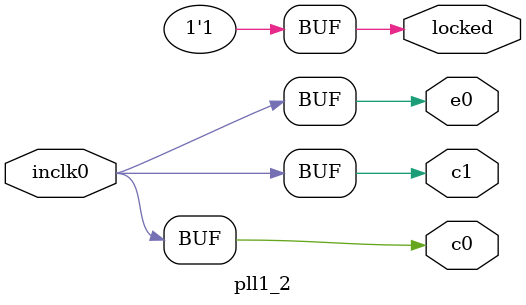
<source format=v>
module pll1_2(input wire inclk0,
            output wire c0,
            output wire c1,
            output wire locked,
            output wire e0);
   assign          c0 = inclk0;
   assign          c1 = inclk0;
   assign          locked = 1;
   assign          e0 = inclk0;
endmodule
</source>
